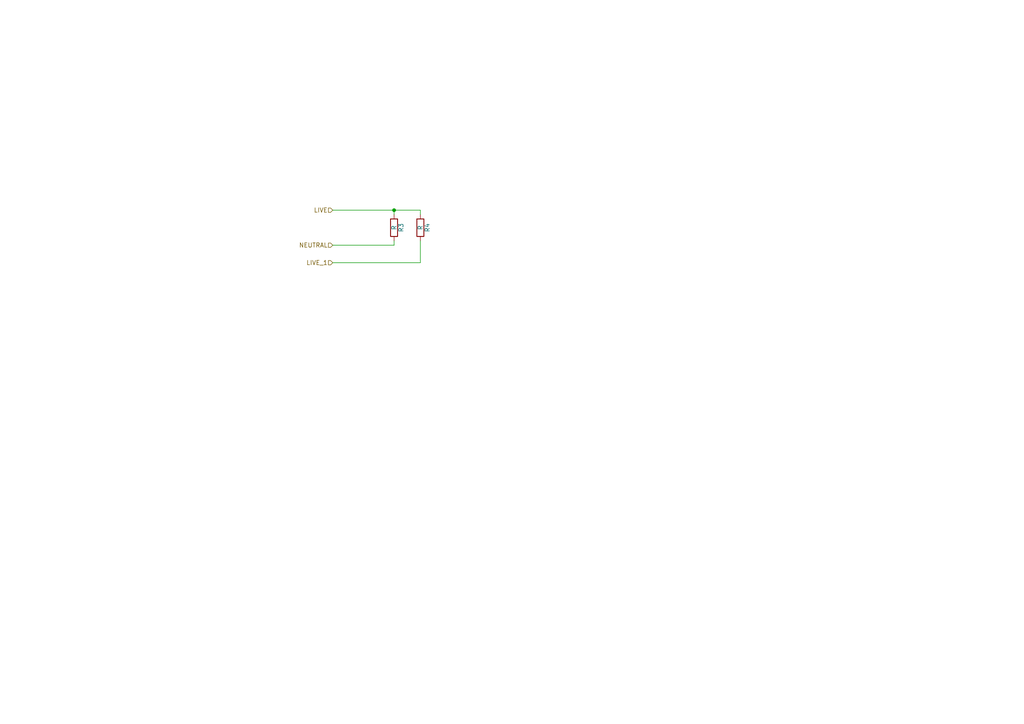
<source format=kicad_sch>
(kicad_sch (version 20200310) (host eeschema "(5.99.0-1545-g9916f24fa)")
  (page "A4")
  (lib_symbols
    (symbol "Device:R" (pin_numbers hide) (pin_names (offset 0))
      (property "Reference" "R" (at 2.032 0 90))
      (property "Value" "R" (at 0 0 90))
      (symbol "R_0_1"
        (rectangle (start -1.016 -2.54) (end 1.016 2.54) (stroke (width 0.254)))
      )
      (symbol "R_1_1"
        (pin passive line (at 0 3.81 270) (length 1.27) (name "~") (number "1"))
        (pin passive line (at 0 -3.81 90) (length 1.27) (name "~") (number "2"))
      )
    )
  )
  (junction (at 114.3 60.96))
  (wire (pts (xy 96.52 60.96) (xy 114.3 60.96)))
  (wire (pts (xy 96.52 71.12) (xy 114.3 71.12)))
  (wire (pts (xy 96.52 76.2) (xy 121.92 76.2)))
  (wire (pts (xy 114.3 60.96) (xy 114.3 62.23)))
  (wire (pts (xy 114.3 60.96) (xy 121.92 60.96)))
  (wire (pts (xy 114.3 71.12) (xy 114.3 69.85)))
  (wire (pts (xy 121.92 60.96) (xy 121.92 62.23)))
  (wire (pts (xy 121.92 76.2) (xy 121.92 69.85)))
  (hierarchical_label "LIVE" (shape input) (at 96.52 60.96 180))
  (hierarchical_label "NEUTRAL" (shape input) (at 96.52 71.12 180))
  (hierarchical_label "LIVE_1" (shape input) (at 96.52 76.2 180))
  (symbol (lib_id "Device:R") (at 114.3 66.04 0)
    (property "Reference" "R3" (at 116.332 66.04 90))
    (property "Value" "R" (at 114.3 66.04 90))
    (property "Footprint" "Resistor_SMD:R_0603_1608Metric" (effects hide))
  )
  (symbol (lib_id "Device:R") (at 121.92 66.04 0)
    (property "Reference" "R4" (at 123.952 66.04 90))
    (property "Value" "R" (at 121.92 66.04 90))
    (property "Footprint" "Resistor_SMD:R_0603_1608Metric" (effects hide))
  )
)
</source>
